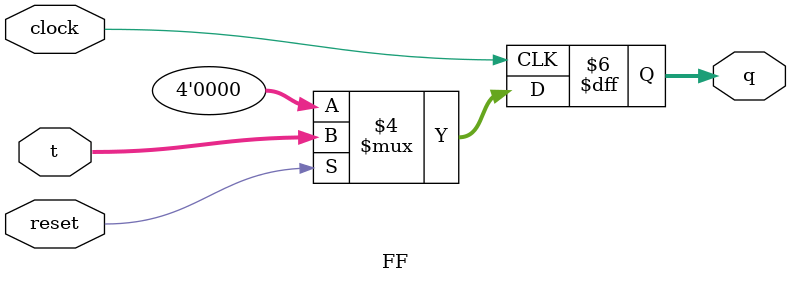
<source format=v>
module move (po1,po2,po3,po4,po5,po6,po7,po8,po9,po10,po11,po12,po13,po14,po15,po16,pq1,pq2,pq3,pq4,pq5,pq6,pq7,pq8,pq9,pq10,pq11,pq12,pq13,pq14,pq15,pq16, clock_inere, real_movemente, real_movemen_te, random_number_ine);
	input [3:0] po1,po2,po3,po4,po5,po6,po7,po8,po9,po10,po11,po12,po13,po14,po15,po16;
	input clock_inere;
	input [1:0] real_movemente;
	input real_movemen_te;
	input [3:0] random_number_ine;
	output [3:0] pq1,pq2,pq3,pq4,pq5,pq6,pq7,pq8,pq9,pq10,pq11,pq12,pq13,pq14,pq15,pq16;
	
	move_below mer1(po1,po2,po3,po4,po5,po6,po7,po8,po9,po10,po11,po12,po13,po14,po15,
	po16,pq1,pq2,pq3,pq4,pq5,pq6,pq7,pq8,pq9,pq10,pq11,pq12,pq13,pq14,pq15,pq16, clock_inere, real_movemente[1:0],real_movemen_te ,random_number_ine);
	
endmodule
	
module move_below(o1,o2,o3,o4,o5,o6,o7,o8,o9,o10,o11,o12,o13,o14,o15,o16,NSQ1,NSQ2,NSQ3,NSQ4,NSQ5,NSQ6,NSQ7,NSQ8,NSQ9,NSQ10,NSQ11,NSQ12,NSQ13,NSQ14,NSQ15,NSQ16, clock_iner, real_movement, real_movemen_t, random_number_in);
	input [3:0] o1,o2,o3,o4,o5,o6,o7,o8,o9,o10,o11,o12,o13,o14,o15,o16;
	wire [3:0] qt1,qt2,qt3,qt4,qt5,qt6,qt7,qt8,qt9,qt10,qt11,qt12,qt13,qt14,qt15,qt16;
	wire [3:0] q1,q2,q3,q4,q5,q6,q7,q8,q9,q10,q11,q12,q13,q14,q15,q16;
	reg [3:0] onu1, onu2, onu3, onu4, onu5, onu6, onu7, onu8, onu9, onu10, onu11, onu12, onu13, onu14, onu15, onu16;	
	output [3:0] NSQ1,NSQ2,NSQ3,NSQ4,NSQ5,NSQ6,NSQ7,NSQ8,NSQ9,NSQ10,NSQ11,NSQ12,NSQ13,NSQ14,NSQ15,NSQ16;
	input clock_iner;
	input [1:0] real_movement;
	input real_movemen_t;
	wire [1:0] muxer;
	input [3:0] random_number_in;
	move_final m1(o1,o2,o3,o4,o5,o6,o7,o8,o9,o10,o11,o12,o13,o14,o15,
	o16,qt1,qt2,qt3,qt4,qt5,qt6,qt7,qt8,qt9,qt10,qt11,qt12,qt13,qt14,qt15,qt16, clock_iner,real_movemen_t, real_movement[1:0]);
	state_final s1(.CLOCK_IN(clock_iner), .randomnumber_generated(random_number_in),.CONTROL(real_movemen_t), .SQ1(qt1), .SQ2(qt2),.SQ3(qt3),.SQ4(qt4),.SQ5(qt5),.SQ6(qt6),.SQ7(qt7),.SQ8(qt8),.SQ9(qt9),.SQ10(qt10),.SQ11(qt11),.SQ12(qt12),.SQ13(qt13),.SQ14(qt14),.SQ15(qt15),.SQ16(qt16), .NSQ1(q1),.NSQ2(q2),.NSQ3(q3),.NSQ4(q4),.NSQ5(q5),.NSQ6(q6),.NSQ7(q7),.NSQ8(q8),.NSQ9(q9),.NSQ10(q10),.NSQ11(q11),.NSQ12(q12),.NSQ13(q13),.NSQ14(q14),.NSQ15(q15),.NSQ16(q16), .mux_ind(muxer));
	
	always @(posedge clock_iner)
		begin
			case(real_movemen_t)
				0:begin
					onu1 <= o1;
					onu2 <= o2;
					onu3 <= o3;
					onu4 <= o4;
					onu5 <= o5;
					onu6 <= o6;
					onu7 <= o7;
					onu8 <= o8;
					onu9 <= o9;
					onu10 <= o10;
					onu11 <= o11;
					onu12 <= o12;
					onu13 <= o13;
					onu14 <= o14;
					onu15 <= o15;
					onu16 <= o16;
					end
				1:begin
					onu1 <= q1;
					onu2 <= q2;
					onu3 <= q3;
					onu4 <= q4;
					onu5 <= q5;
					onu6 <= q6;
					onu7 <= q7;
					onu8 <= q8;
					onu9 <= q9;
					onu10 <= q10;
					onu11 <= q11;
					onu12 <= q12;
					onu13 <= q13;
					onu14 <= q14;
					onu15 <= q15;
					onu16 <= q16;
					end
				endcase
		end
	assign NSQ1= onu1;
	assign NSQ2 = onu2;
	assign NSQ3 = onu3;
	assign NSQ4 = onu4;
	assign NSQ5 = onu5;
	assign NSQ6 = onu6;
	assign NSQ7 = onu7;
	assign NSQ8= onu8;
	assign NSQ9= onu9;
	assign NSQ10= onu10;
	assign NSQ11= onu11;
	assign NSQ12= onu12;
	assign NSQ13= onu13;
	assign NSQ14= onu14;
	assign NSQ15= onu15;
	assign NSQ16= onu16;
endmodule

module move_final (SQ1, SQ2,SQ3,SQ4,SQ5,SQ6,SQ7,SQ8,SQ9,SQ10,SQ11,SQ12,SQ13,SQ14,SQ15,SQ16, NSQ1,NSQ2,NSQ3,NSQ4,NSQ5,NSQ6,NSQ7,NSQ8,NSQ9,NSQ10,NSQ11,NSQ12,NSQ13,NSQ14,NSQ15,NSQ16, CLOCK_IN, CONTROL,MOVER);
	input [3:0] SQ1, SQ2,SQ3,SQ4,SQ5,SQ6,SQ7,SQ8,SQ9,SQ10,SQ11,SQ12,SQ13,SQ14,SQ15,SQ16;
	wire [3:0] S1,S2,S3,S4,S5,S6,S7,S8,S9,S10,S11,S12,S13,S14,S15,S16;
	reg [3:0] onu1, onu2, onu3, onu4, onu5, onu6, onu7, onu8, onu9, onu10, onu11, onu12, onu13, onu14, onu15, onu16;
	output [3:0] NSQ1,NSQ2,NSQ3,NSQ4,NSQ5,NSQ6,NSQ7,NSQ8,NSQ9,NSQ10,NSQ11,NSQ12,NSQ13,NSQ14,NSQ15,NSQ16;
	input CONTROL;
	input CLOCK_IN;
	input [1:0]MOVER;
	move_up m1(.old_box1(SQ1),.old_box2(SQ2),.old_box3(SQ3),.old_box4(SQ4),.old_box5(SQ5),.old_box6(SQ6),.old_box7(SQ7),.old_box8(SQ8),.old_box9(SQ9),.old_box10(SQ10),.old_box11(SQ11),.old_box12(SQ12),.old_box13(SQ13),.old_box14(SQ14),.old_box15(SQ15),
	.old_box16(SQ16),.newbox1(S1), .newbox2(S2),.newbox3(S3),.newbox4(S4),.newbox5(S5),.newbox6(S6),.newbox7(S7),.newbox8(S8),.newbox9(S9),.newbox10(S10),.newbox11(S11),.newbox12(S12),.newbox13(S13),.newbox14(S14),.newbox15(S15),.newbox16(S16), .clock_in(CLOCK_IN), .movement(MOVER));
	
	always @(posedge CLOCK_IN)
		begin
			case(CONTROL)
				0:begin
					onu1 <= SQ1;
					onu2 <= SQ2;
					onu3 <= SQ3;
					onu4 <= SQ4;
					onu5 <= SQ5;
					onu6 <= SQ6;
					onu7 <= SQ7;
					onu8 <= SQ8;
					onu9 <= SQ9;
					onu10 <= SQ10;
					onu11 <= SQ11;
					onu12 <= SQ12;
					onu13 <= SQ13;
					onu14 <= SQ14;
					onu15 <= SQ15;
					onu16 <= SQ16;
					end
				1:begin
					onu1 <= S1;
					onu2 <= S2;
					onu3 <= S3;
					onu4 <= S4;
					onu5 <= S5;
					onu6 <= S6;
					onu7 <= S7;
					onu8 <= S8;
					onu9 <= S9;
					onu10 <= S10;
					onu11 <= S11;
					onu12 <= S12;
					onu13 <= S13;
					onu14 <= S14;
					onu15 <= S15;
					onu16 <= S16;
					end
				endcase
		end
	assign NSQ1= onu1;
	assign NSQ2 = onu2;
	assign NSQ3 = onu3;
	assign NSQ4 = onu4;
	assign NSQ5 = onu5;
	assign NSQ6 = onu6;
	assign NSQ7 = onu7;
	assign NSQ8= onu8;
	assign NSQ9= onu9;
	assign NSQ10= onu10;
	assign NSQ11= onu11;
	assign NSQ12= onu12;
	assign NSQ13= onu13;
	assign NSQ14= onu14;
	assign NSQ15= onu15;
	assign NSQ16= onu16;
endmodule

	
module move_up(old_box1,old_box2,old_box3,old_box4,old_box5,old_box6,old_box7,old_box8,old_box9,old_box10,old_box11,old_box12,old_box13,old_box14,old_box15,
	old_box16,newbox1, newbox2,newbox3,newbox4,newbox5,newbox6,newbox7,newbox8,newbox9,newbox10,newbox11,newbox12,newbox13,newbox14,newbox15,newbox16, clock_in, movement);
	input [3:0] old_box1,old_box2,old_box3,old_box4,old_box5,old_box6,old_box7,old_box8,old_box9,old_box10,old_box11,old_box12,old_box13,old_box14,old_box15,
	old_box16;
	input clock_in;
	input [1:0] movement;
	reg [3:0] newbo1, newbo2,newbo3,newbo4,newbo5,newbo6,newbo7,newbo8,newbo9,newbo10,newbo11,newbo12,newbo13,newbo14,newbo15,newbo16;
	output [3:0] newbox1, newbox2,newbox3,newbox4,newbox5,newbox6,newbox7,newbox8,newbox9,newbox10,newbox11,newbox12,newbox13,newbox14,newbox15,newbox16;
	wire [3:0] up1,up2,up3,up4,up5,up6,up7,up8,up9,up10,up11,up12,up13,up14,up15,up16, d1,d2, d3, d4, d5, d6, d7, d8, d9, d10,d11,d12,d13,d14,d15,d16,rt1,rt2,rt3,rt4,rt5,rt6,rt7,rt8,rt9,rt10;
	wire [3:0] rt11,rt12,rt13,rt14,rt15,rt16,l1,l2,l3,l4,l5,l6,l7,l8,l9,l10,l11,l12,l13,l14,l15,l16;
	wire [3:0] up_temp1,up_temp2,up_temp3,up_temp4,up_temp5,up_temp6,up_temp7,up_temp8,up_temp9,up_temp10,up_temp11,up_temp12,up_temp13,up_temp14,up_temp15,up_temp16;
	wire [3:0] d_temp1,d_temp2, d_temp3, d_temp4, d_temp5, d_temp6, d_temp7, d_temp8, d_temp9, d_temp10,d_temp11,d_temp12,d_temp13,d_temp14,d_temp15,d_temp16;
	wire [3:0] r_temp1,r_temp2,r_temp3,r_temp4,r_temp5,r_temp6,r_temp7,r_temp8,r_temp9,r_temp10;
	wire [3:0] r_temp11,r_temp12,r_temp13,r_temp14,r_temp15,r_temp16,l_temp1,l_temp2,l_temp3,l_temp4,l_temp5,l_temp6,l_temp7,l_temp8,l_temp9,l_temp10;
	wire [3:0] l_temp11,l_temp12,l_temp13,l_temp14,l_temp15,l_temp16;
	
	// shifting the rows to  <= and then equivalence adding 
	block_shifter firstrow_shift(.r1(old_box1), .r2(old_box2), .r3(old_box3), .r4(old_box4), .clock(clock_in), .b1(l1), .b2(l2),.b3(l3), .b4(l4));
	block_shifter secondrow_shift(.r1(old_box5), .r2(old_box6), .r3(old_box7), .r4(old_box8), .clock(clock_in), .b1(l5), .b2(l6),.b3(l7), .b4(l8));
	block_shifter thirdrow_shift(.r1(old_box9), .r2(old_box10), .r3(old_box11), .r4(old_box12), .clock(clock_in), .b1(l9), .b2(l10),.b3(l11), .b4(l12));
	block_shifter fourthrow_shift(.r1(old_box13), .r2(old_box14), .r3(old_box15), .r4(old_box16), .clock(clock_in), .b1(l13), .b2(l14),.b3(l15), .b4(l16));
	block_adder firstrow_adder(.r1(l1), .r2(l2), .r3(l3), .r4(l4),.clock(clock_in), .b1(l_temp1), .b2(l_temp2), .b3(l_temp3), .b4(l_temp4));
	block_adder secondrow_adder(.r1(l5), .r2(l6), .r3(l7), .r4(l8),.clock(clock_in), .b1(l_temp5), .b2(l_temp6), .b3(l_temp7), .b4(l_temp8));
	block_adder thirdrow_adder(.r1(l9), .r2(l10), .r3(l11), .r4(l12),.clock(clock_in), .b1(l_temp9), .b2(l_temp10), .b3(l_temp11), .b4(l_temp12));
	block_adder fourthrow_adder(.r1(l13), .r2(l14), .r3(l15), .r4(l16),.clock(clock_in), .b1(l_temp13), .b2(l_temp14), .b3(l_temp15), .b4(l_temp16));
	
 	// shifting the rows to  => and then equivalence adding 
	block_shifter firstrow_shift0(.r1(old_box4), .r2(old_box3), .r3(old_box2), .r4(old_box1), .clock(clock_in), .b1(rt1), .b2(rt2),.b3(rt3), .b4(rt4));
	block_shifter secondrow_shift1(.r1(old_box8), .r2(old_box7), .r3(old_box6), .r4(old_box5), .clock(clock_in), .b1(rt5), .b2(rt6),.b3(rt7), .b4(rt8));
	block_shifter thirdrow_shift2(.r1(old_box12), .r2(old_box11), .r3(old_box10), .r4(old_box9), .clock(clock_in), .b1(rt9), .b2(rt10),.b3(rt11), .b4(rt12));
	block_shifter fourthrow_shift3(.r1(old_box16), .r2(old_box15), .r3(old_box14), .r4(old_box13), .clock(clock_in), .b1(rt13), .b2(rt14),.b3(rt15), .b4(rt16));
	
	block_adder firstrow_adder0(.r1(rt1), .r2(rt2), .r3(rt3), .r4(rt4),.clock(clock_in), .b1(r_temp1), .b2(r_temp2), .b3(r_temp3), .b4(r_temp4));
	block_adder secondrow_adder1(.r1(rt5), .r2(rt6), .r3(rt7), .r4(rt8),.clock(clock_in), .b1(r_temp5), .b2(r_temp6), .b3(r_temp7), .b4(r_temp8));
	block_adder thirdrow_adder2(.r1(rt9), .r2(rt10), .r3(rt11), .r4(rt12),.clock(clock_in), .b1(r_temp9), .b2(r_temp10), .b3(r_temp11), .b4(r_temp12));
	block_adder fourthrow_adder3(.r1(rt13), .r2(rt14), .r3(rt15), .r4(rt16),.clock(clock_in), .b1(r_temp13), .b2(r_temp14), .b3(r_temp15), .b4(r_temp16));	
	
 	// shifting the rows to down and then equivalence adding 
	block_shifter firstrow_shift4(.r1(old_box13), .r2(old_box9), .r3(old_box5), .r4(old_box1), .clock(clock_in), .b1(d1), .b2(d2),.b3(d3), .b4(d4));
	block_shifter secondrow_shift5(.r1(old_box14), .r2(old_box10), .r3(old_box6), .r4(old_box2), .clock(clock_in), .b1(d5), .b2(d6),.b3(d7), .b4(d8));
	block_shifter thirdrow_shift6(.r1(old_box15), .r2(old_box11), .r3(old_box7), .r4(old_box3), .clock(clock_in), .b1(d9), .b2(d10),.b3(d11), .b4(d12));
	block_shifter fourthrow_shift7(.r1(old_box16), .r2(old_box12), .r3(old_box8), .r4(old_box4), .clock(clock_in), .b1(d13), .b2(d14),.b3(d15), .b4(d16));
	
	block_adder firstrow_adder4(.r1(d1), .r2(d2), .r3(d3), .r4(d4),.clock(clock_in), .b1(d_temp1), .b2(d_temp2), .b3(d_temp3), .b4(d_temp4));
	block_adder secondrow_adder5(.r1(d5), .r2(d6), .r3(d7), .r4(d8),.clock(clock_in), .b1(d_temp5), .b2(d_temp6), .b3(d_temp7), .b4(d_temp8));
	block_adder thirdrow_adder6(.r1(d9), .r2(d10), .r3(d11), .r4(d12),.clock(clock_in), .b1(d_temp9), .b2(d_temp10), .b3(d_temp11), .b4(d_temp12));
	block_adder fourthrow_adder7(.r1(d13), .r2(d14), .r3(d15), .r4(d16),.clock(clock_in), .b1(d_temp13), .b2(d_temp14), .b3(d_temp15), .b4(d_temp16));	

 	// shifting the rows up and then equivalence adding 
	block_shifter firstrow_shift8(.r1(old_box1), .r2(old_box5), .r3(old_box9), .r4(old_box13), .clock(clock_in), .b1(up1), .b2(up2),.b3(up3), .b4(up4));
	block_shifter secondrow_shif9(.r1(old_box2), .r2(old_box6), .r3(old_box10), .r4(old_box14), .clock(clock_in), .b1(up5), .b2(up6),.b3(up7), .b4(up8));
	block_shifter thirdrow_shift10(.r1(old_box3), .r2(old_box7), .r3(old_box11), .r4(old_box15), .clock(clock_in), .b1(up9), .b2(up10),.b3(up11), .b4(up12));
	block_shifter fourthrow_shift11(.r1(old_box4), .r2(old_box8), .r3(old_box12), .r4(old_box16), .clock(clock_in), .b1(up13), .b2(up14),.b3(up15), .b4(up16));
	
	block_adder firstrow_adder8(.r1(up1), .r2(up2), .r3(up3), .r4(up4),.clock(clock_in), .b1(up_temp1), .b2(up_temp2), .b3(up_temp3), .b4(up_temp4));
	block_adder secondrow_adder9(.r1(up5), .r2(up6), .r3(up7), .r4(up8),.clock(clock_in), .b1(up_temp5), .b2(up_temp6), .b3(up_temp7), .b4(up_temp8));
	block_adder thirdrow_adder10(.r1(up9), .r2(up10), .r3(up11), .r4(up12),.clock(clock_in), .b1(up_temp9), .b2(up_temp10), .b3(up_temp11), .b4(up_temp12));
	block_adder fourthrow_adder11(.r1(up13), .r2(up14), .r3(up15), .r4(up16),.clock(clock_in), .b1(up_temp13), .b2(up_temp14), .b3(up_temp15), .b4(up_temp16));
	
	always @(posedge clock_in)
	begin
		case(movement)
			0: begin
				//<=
				newbo1 <= l_temp1;
				newbo2 <= l_temp2;
				newbo3 <= l_temp3;
				newbo4 <= l_temp4;
				newbo5 <= l_temp5;
				newbo6 <= l_temp6;
				newbo7 <= l_temp7;
				newbo8 <= l_temp8;
				newbo9 <= l_temp9;
				newbo10 <= l_temp10;
				newbo11 <= l_temp11;
				newbo12 <= l_temp12;
				newbo13 <= l_temp13;
				newbo14 <= l_temp14;
				newbo15 <= l_temp15;
				newbo16 <= l_temp16;
				end
			1: begin
				//=>
				newbo4 <= r_temp1;
				newbo3 <= r_temp2;
				newbo2 <= r_temp3;
				newbo1 <= r_temp4;
				newbo8 <= r_temp5;
				newbo7 <= r_temp6;
				newbo6 <= r_temp7;
				newbo5 <= r_temp8;
				newbo12 <= r_temp9;
				newbo11 <= r_temp10;
				newbo10 <= r_temp11;
				newbo9 <= r_temp12;
				newbo16 <= r_temp13;
				newbo15 <= r_temp14;
				newbo14<= r_temp15;
				newbo13 <= r_temp16;
				end
			2: begin
				//down
				newbo13 <= d_temp1;
				newbo9 <= d_temp2;
				newbo5 <= d_temp3;
				newbo1 <= d_temp4;
				newbo14 <= d_temp5;
				newbo10 <= d_temp6;
				newbo6 <= d_temp7;
				newbo2 <= d_temp8;
				newbo15 <= d_temp9;
				newbo11 <= d_temp10;
				newbo7 <= d_temp11;
				newbo3 <= d_temp12;
				newbo16 <= d_temp13;
				newbo12 <= d_temp14;
				newbo8 <= d_temp15;
				newbo4 <= d_temp16;
				end
			3: begin
				//up
				newbo1 <= up_temp1;
				newbo5 <= up_temp2;
				newbo9 <= up_temp3;
				newbo13 <= up_temp4;
				newbo2 <= up_temp5;
				newbo6 <= up_temp6;
				newbo10 <= up_temp7;
				newbo14 <= up_temp8;
				newbo3 <= up_temp9;
				newbo7 <= up_temp10;
				newbo11 <= up_temp11;
				newbo15 <= up_temp12;
				newbo4 <= up_temp13;
				newbo8 <= up_temp14;
				newbo12 <= up_temp15;
				newbo16 <= up_temp16;
				end
		endcase
	end
	assign newbox1 = newbo1; 
	assign newbox2 = newbo2; 
	assign newbox3 = newbo3; 
	assign newbox4 = newbo4; 
	assign newbox5 = newbo5; 
	assign newbox6 = newbo6; 
	assign newbox7 = newbo7; 
	assign newbox8 = newbo8; 
	assign newbox9 = newbo9; 
	assign newbox10 = newbo10; 
	assign newbox11 = newbo11; 
	assign newbox12 = newbo12; 
	assign newbox13 = newbo13; 
	assign newbox14 = newbo14; 
	assign newbox15 = newbo15; 
	assign newbox16 = newbo16;
endmodule	
				
	
	
module block_shifter(r1, r2, r3, r4,clock, b1, b2, b3, b4);
	input [3:0] r1, r2, r3, r4;
	input clock;
	reg [3:0] new_box1, new_box2, new_box3, new_box4;
	output [3:0] b1, b2, b3, b4;
	
	always@(posedge clock)
		begin
			if ((r1 != 4'b0000 & r2 != 4'b0000 & r3 != 4'b0000 & r4 != 4'b0000) //1 all boxes full ||||
				| (r1 != 4'b0000 & r2 != 4'b0000 & r3 != 4'b0000 & r4 == 4'b0000) //2 three left boxes full and right most box empty |||.
				| (r1 != 4'b0000 & r2 != 4'b0000 & r3 == 4'b0000 & r4 == 4'b0000) //3 two left boxes ful and two right box||..
				| (r1 != 4'b0000 & r2 == 4'b0000 & r3 == 4'b0000 & r4 == 4'b0000) //4 left box full and three boxes to the right full |...
				| (r1 == 4'b0000 & r2 == 4'b0000 & r3 == 4'b0000 & r4 == 4'b0000) //5 all boxes are empty ....
				)
				begin
				new_box1 <= r1;
				new_box2 <= r2;
				new_box3 <= r3;
				new_box4 <= r4;
				end
				
			else if (r1 == 4'b0000 & r2 == 4'b0000 & r3 == 4'b0000 & r4 != 4'b0000) //6the right most bit is full all other boxes are empty ...|
				begin
				new_box1<= r4;
				new_box2<= 4'b0000;
				new_box3<= 4'b0000;
				new_box4<= 4'b0000;
				end
				
			else if (r1 == 4'b0000 & r2 == 4'b0000 & r3 != 4'b0000 & r4 == 4'b0000) //7 ..|.
				begin
				new_box1<= r3;
				new_box2<= 4'b0000;
				new_box3<= 4'b0000;
				new_box4<= 4'b0000;
				end
				
			else if (r1 == 4'b0000 & r2 == 4'b0000 & r3 != 4'b0000 & r4 != 4'b0000) //8 ..||
				begin
				new_box1<= r3;
				new_box2<= r4;
				new_box3<= 4'b0000;
				new_box4<= 4'b0000;
				end
				
			else if (r1 == 4'b0000 & r2 != 4'b0000 & r3 == 4'b0000 & r4 == 4'b0000) //9 .|..
				begin
				new_box1<= r2;
				new_box2<= 4'b0000;
				new_box3<= 4'b0000;
				new_box4<= 4'b0000;
				end
				
			else if (r1 == 4'b0000 & r2 != 4'b0000 & r3 == 4'b0000 & r4 != 4'b0000) //10 .|.|
				begin
				new_box1<= r2;
				new_box2<= r4;
				new_box3<= 4'b0000;
				new_box4<= 4'b0000;
				end	
				
			else if (r1 == 4'b0000 & r2 != 4'b0000 & r3 != 4'b0000 & r4 == 4'b0000) //11 .||.
				begin
				new_box1<= r2;
				new_box2<= r3;
				new_box3<= 4'b0000;
				new_box4<= 4'b0000;
				end
				
			else if (r1 == 4'b0000 & r2 != 4'b0000 & r3 != 4'b0000 & r4 != 4'b0000) //12 .|||
				begin
				new_box1<= r2;
				new_box2<= r3;
				new_box3<= r4;
				new_box4<= 4'b0000;
				end
			
			else if (r1 != 4'b0000 & r2 == 4'b0000 & r3 == 4'b0000 & r4 != 4'b0000) //13 |..|
				begin
				new_box1<= r1;
				new_box2<= r4;
				new_box3<= 4'b0000;
				new_box4<= 4'b0000;
				end
			
			else if (r1 != 4'b0000 & r2 == 4'b0000 & r3 != 4'b0000 & r4 == 4'b0000) //14 |.|.
				begin
				new_box1<= r1;
				new_box2<= r3;
				new_box3<= 4'b0000;
				new_box4<= 4'b0000;
				end	
			
			else if (r1 != 4'b0000 & r2 == 4'b0000 & r3 != 4'b0000 & r4 != 4'b0000) //15 |.||
				begin
				new_box1<= r1;
				new_box2<= r3;
				new_box3<= r4;
				new_box4<= 4'b0000;
				end
				
			else if (r1 != 4'b0000 & r2 != 4'b0000 & r3 == 4'b0000 & r4 != 4'b0000) //16 ||.|
				begin
				new_box1<= r1;
				new_box2<= r2;
				new_box3<= r4;
				new_box4<= 4'b0000;
				end
		end
		assign b1= new_box1;
		assign b2= new_box2;
		assign b3= new_box3;
		assign b4= new_box4;
endmodule

module block_adder(r1, r2, r3, r4,clock, b1, b2, b3, b4);
	input [3:0] r1, r2, r3, r4;
	input clock;
	reg [3:0] new_box1, new_box2, new_box3, new_box4;
	output [3:0] b1, b2, b3, b4;
	
	always@(posedge clock)
		begin
			if (r1 != 4'b0000 & r2 != 4'b0000 & r3 != 4'b0000 & r4 != 4'b0000) //filledbox
			begin
				if (r1==r2 & r3 == r4)  //s1,s1, s2,s2
					begin
					new_box1 <= r1+r2;
					new_box2 <= r3+r4;
					new_box3 <= 4'b0000;
					new_box4 <= 4'b0000;
					end
				else if (r1==r2 & r3!=r4) // s,s,ns/s,ns   
					begin
					new_box1 <= r1+r2;
					new_box2 <= r3;
					new_box3 <= r4;
					new_box4 <= 4'b0000;
					end
				else if (r1!=r2 & r2!=r3 & r3!=r4 ) // ns,ns,ns,ns r1!=r2 & r2==r3 & r3==r4 ||r1!=r2 & r2==r3 & r3!=r4  
					begin
					new_box1 <= r1;
					new_box2 <= r2;
					new_box3 <= r3;
					new_box4 <= r4;
					end
				else if (r1!=r2 & r2==r3) //ns,s,s, ns/s
					begin
					new_box1 <= r1;
					new_box2 <= r2+r3;
					new_box3 <= r4;
					new_box4 <= 4'b0000;
					end
				else if (r1!=r2 & r2!=r3 & r3==r4) //ns,ns,s,s
					begin
					new_box1 <= r1;
					new_box2 <= r2;
					new_box3 <= r3+r4;
					new_box4 <= 4'b0000;
					end
			end
			else if (r1 != 4'b0000 & r2 != 4'b0000 & r3 != 4'b0000 & r4 == 4'b0000)
			begin
				if (r1 == r2) // s,s,s/ns,0
					begin
					new_box1 <= r1+r2;
					new_box2 <= r3;
					new_box3 <= 4'b0000;
					new_box4 <= 4'b0000;
					end
				else if (r1!=r2 & r2==r3) // ns,s,s   
					begin
					new_box1 <= r1;
					new_box2 <= r2+r3;
					new_box3 <= 4'b0000;
					new_box4 <= 4'b0000;
					end
				else if (r1!=r2 & r2!=r3) // ns,s,s   
					begin
					new_box1 <= r1;
					new_box2 <= r2;
					new_box3 <= r3;
					new_box4 <= 4'b0000;
					end
			end
			else if (r1 != 4'b0000 & r2 != 4'b0000 & r3 == 4'b0000 & r4 == 4'b0000)
			begin
				if (r1 == r2) // s,s,0,0
					begin
					new_box1 <= r1+r2;
					new_box2 <= 4'b0000;
					new_box3 <= 4'b0000;
					new_box4 <= 4'b0000;
					end
				if (r1 != r2) // s,s,0,0
					begin
					new_box1 <= r1;
					new_box2 <= r2;
					new_box3 <= 4'b0000;
					new_box4 <= 4'b0000;
					end
			end
			else if (r1 != 4'b0000 & r2 == 4'b0000 & r3 == 4'b0000 & r4 == 4'b0000)
			begin
				new_box1 <= r1;
				new_box2 <= 4'b0000;
				new_box3 <= 4'b0000;
				new_box4 <= 4'b0000;
			end
			else if (r1 == 4'b0000 & r2 == 4'b0000 & r3 == 4'b0000 & r4 == 4'b0000)
			begin
				new_box1 <= 4'b0000;
				new_box2 <= 4'b0000;
				new_box3 <= 4'b0000;
				new_box4 <= 4'b0000;
			end
		end
		assign b1= new_box1;
		assign b2= new_box2;
		assign b3= new_box3;
		assign b4= new_box4;
endmodule


module state_final (CLOCK_IN, randomnumber_generated,CONTROL, SQ1, SQ2,SQ3,SQ4,SQ5,SQ6,SQ7,SQ8,SQ9,SQ10,SQ11,SQ12,SQ13,SQ14,SQ15,SQ16, NSQ1,NSQ2,NSQ3,NSQ4,NSQ5,NSQ6,NSQ7,NSQ8,NSQ9,NSQ10,NSQ11,NSQ12,NSQ13,NSQ14,NSQ15,NSQ16, mux_ind);
	input [3:0] SQ1, SQ2,SQ3,SQ4,SQ5,SQ6,SQ7,SQ8,SQ9,SQ10,SQ11,SQ12,SQ13,SQ14,SQ15,SQ16;
	wire [3:0] S1,S2,S3,S4,S5,S6,S7,S8,S9,S10,S11,S12,S13,S14,S15,S16;
	reg [3:0] onu1, onu2, onu3, onu4, onu5, onu6, onu7, onu8, onu9, onu10, onu11, onu12, onu13, onu14, onu15, onu16;
	output [3:0] NSQ1,NSQ2,NSQ3,NSQ4,NSQ5,NSQ6,NSQ7,NSQ8,NSQ9,NSQ10,NSQ11,NSQ12,NSQ13,NSQ14,NSQ15,NSQ16;
	input CONTROL;
	input [3:0] randomnumber_generated;
	output [1:0] mux_ind;
	input CLOCK_IN;
	state_below statbel(.outvalue(randomnumber_generated), .b1(SQ1), .b2(SQ2),.b3(SQ3),.b4(SQ4),
	.b5(SQ5),.b6(SQ6),.b7(SQ7),.b8(SQ8),.b9(SQ9),.b10(SQ10),.b11(SQ11),.b12(SQ12),.b13(SQ13),.b14(SQ14),.b15(SQ15),
	.b16(SQ16),.bart1(S1), .bart2(S2),.bart3(S3),.bart4(S4),.bart5(S5),.bart6(S6),
	.bart7(S7),.bart8(S8),.bart9(S9),.bart10(S10),.bart11(S11),.bart12(S12),.bart13(S13),.bart14(S14),.bart15(S15),.bart16(S16), .select(mux_ind), .clock_inner(CLOCK_IN));
	
	always @(posedge CLOCK_IN)
		begin
			case(CONTROL)
				0:begin
					onu1 <= SQ1;
					onu2 <= SQ2;
					onu3 <= SQ3;
					onu4 <= SQ4;
					onu5 <= SQ5;
					onu6 <= SQ6;
					onu7 <= SQ7;
					onu8 <= SQ8;
					onu9 <= SQ9;
					onu10 <= SQ10;
					onu11 <= SQ11;
					onu12 <= SQ12;
					onu13 <= SQ13;
					onu14 <= SQ14;
					onu15 <= SQ15;
					onu16 <= SQ16;
					end
				1:begin
					onu1 <= S1;
					onu2 <= S2;
					onu3 <= S3;
					onu4 <= S4;
					onu5 <= S5;
					onu6 <= S6;
					onu7 <= S7;
					onu8 <= S8;
					onu9 <= S9;
					onu10 <= S10;
					onu11 <= S11;
					onu12 <= S12;
					onu13 <= S13;
					onu14 <= S14;
					onu15 <= S15;
					onu16 <= S16;
					end
				endcase
		end
	assign NSQ1= onu1;
	assign NSQ2 = onu2;
	assign NSQ3 = onu3;
	assign NSQ4 = onu4;
	assign NSQ5 = onu5;
	assign NSQ6 = onu6;
	assign NSQ7 = onu7;
	assign NSQ8= onu8;
	assign NSQ9= onu9;
	assign NSQ10= onu10;
	assign NSQ11= onu11;
	assign NSQ12= onu12;
	assign NSQ13= onu13;
	assign NSQ14= onu14;
	assign NSQ15= onu15;
	assign NSQ16= onu16;
endmodule

module state_below(clock_inner, outvalue, b1, b2, b3,b4,b5,b6,b7,b8,b9,b10,b11,b12,b13,b14, b15, b16,bart1, bart2,bart3,bart4,bart5,bart6,bart7,bart8,bart9,bart10,bart11,bart12,bart13,bart14,bart15,bart16, select);
	input [3:0] b1, b2, b3,b4,b5,b6,b7,b8,b9,b10,b11,b12,b13,b14, b15, b16;	
	wire [3:0] k1, k2, k3,k4,k5,k6,k7,k8,k9,k10,k11,k12,k13,k14, k15, k16;	
	wire [3:0] kr1, kr2, kr3,kr4,kr5,kr6,kr7,kr8,kr9,kr10,kr11,kr12,kr13,kr14, kr15, kr16;	
	wire mux_rand;
	wire mux_other;
	output [1:0] select;
	input [3:0] outvalue;
	reg [3:0] ror1, ror2,ror3,ror4,ror5,ror6,ror7,ror8,ror9,ror10,ror11,ror12,ror13,ror14,ror15,ror16;
	output [3:0] bart1, bart2,bart3,bart4,bart5,bart6,bart7,bart8,bart9,bart10,bart11,bart12,bart13,bart14,bart15,bart16;
	input clock_inner;
	
	random_number_grabber r0(.clock(clock_inner),.randombox(outvalue), .box1(b1), .box2(b2), .box3(b3),.box4(b4),.box5(b5),.box6(b6),.box7(b7),.box8(b8),.box9(b9),
	.box10(b10),.box11(b11),.box12(b12),.box13(b13),.box14(b14), .box15(b15), .box16(b16),.q1(k1),.q2(k2),.q3(k3),.q4(k4),.q5(k5),.q6(k6),.q7(k7),.q8(k8),.q9(k9),.q10(k10),.q11(k11),.q12(k12),.q13(k13),.q14(k14),.q15(k15),.q16(k16), .muxy(mux_rand));
	
	other_checker r1(.clock(clock_inner),.box1(b1), .box2(b2), .box3(b3),.box4(b4),.box5(b5),.box6(b6),.box7(b7),.box8(b8),.box9(b9),
	.box10(b10),.box11(b11),.box12(b12),.box13(b13),.box14(b14), .box15(b15), .box16(b16),.boxy1(kr1),.boxy2(kr2),.boxy3(kr3),.boxy4(kr4),.boxy5(kr5),.boxy6(kr6),.boxy7(kr7),.boxy8(kr8),.boxy9(kr9),.boxy10(kr10),.boxy11(kr11),.boxy12(kr12),.boxy13(kr13),.boxy14(kr14),.boxy15(kr15),.boxy16(kr16), .mux_other(mux_other));
	
	assign select = {mux_other, mux_rand};
	
	always@(posedge clock_inner)
	begin
		case(select)
			0: begin
				ror1 <= b1;
				ror2 <= b2;
				ror3 <= b3;
				ror4 <= b4;
				ror5 <= b5;
				ror6 <= b6;
				ror7 <= b7;
				ror8 <= b8;
				ror9 <= b9;
				ror10 <= b10;
				ror11 <= b11;
				ror12 <= b12;
				ror13 <= b13;
				ror14 <= b14;
				ror15 <= b15;
				ror16 <= b16;
				end
			1: begin
				ror1 <= b1;
				ror2 <= b2;
				ror3 <= b3;
				ror4 <= b4;
				ror5 <= b5;
				ror6 <= b6;
				ror7 <= b7;
				ror8 <= b8;
				ror9 <= b9;
				ror10 <= b10;
				ror11 <= b11;
				ror12 <= b12;
				ror13 <= b13;
				ror14 <= b14;
				ror15 <= b15;
				ror16 <= b16;
				end
			2: begin
				ror1 <= kr1;
				ror2 <= kr2;
				ror3 <= kr3;
				ror4 <= kr4;
				ror5 <= kr5;
				ror6 <= kr6;
				ror7 <= kr7;
				ror8 <= kr8;
				ror9 <= kr9;
				ror10 <= kr10;
				ror11 <= kr11;
				ror12 <= kr12;
				ror13 <= kr13;
				ror14 <= kr14;
				ror15 <= kr15;
				ror16 <= kr16;
				end
			3: begin
				ror1 <= k1;
				ror2 <= k2;
				ror3 <= k3;
				ror4 <= k4;
				ror5 <= k5;
				ror6 <= k6;
				ror7 <= k7;
				ror8 <= k8;
				ror9 <= k9;
				ror10 <= k10;
				ror11 <= k11;
				ror12 <= k12;
				ror13 <= k13;
				ror14 <= k14;
				ror15 <= k15;
				ror16 <= k16;
				end
		endcase
	end
	assign bart1 = ror1;
	assign bart2 = ror2;
	assign bart3 = ror3;
	assign bart4 = ror4;
	assign bart5 = ror5;
	assign bart6 = ror6;
	assign bart7 = ror7;
	assign bart8 = ror8;
	assign bart9 = ror9;
	assign bart10 = ror10;
	assign bart11 = ror11;
	assign bart12 = ror12;
	assign bart13 = ror13;
	assign bart14 = ror14;
	assign bart15 = ror15;
	assign bart16 = ror16;
endmodule	
	
module random_number_grabber(clock, randombox,box1, box2, box3,box4,box5,box6,box7,box8,box9,box10,box11,box12,box13,box14, box15, box16, q1,q2,q3,q4,q5,q6,q7,q8,q9,q10,q11,q12,q13,q14,q15,q16, muxy);
	input [3:0] box1, box2, box3,box4,box5,box6,box7,box8,box9,box10,box11,box12,box13,box14, box15, box16;
	reg [3:0] qt1,qt2,qt3,qt4,qt5,qt6,qt7,qt8,qt9,qt10,qt11,qt12,qt13,qt14,qt15,qt16;
	output [3:0] q1,q2,q3,q4,q5,q6,q7,q8,q9,q10,q11,q12,q13,q14,q15,q16;
	reg q;
	input [3:0] randombox;
	output muxy;
	input clock;
	
	always@(posedge clock)
		begin
			case(randombox)
				0: begin
						if (box1 == 4'b0000)
						begin
							q = 1'b1;
							qt1 <= 4'b0001;
							qt2 <= box2;
							qt3 <= box3;
							qt4 <= box4;
							qt5 <= box5;
							qt6 <= box6;
							qt7 <= box7;
							qt8 <= box8;
							qt9 <= box9;
							qt10 <= box10;
							qt11 <= box11;
							qt12 <= box12;
							qt13 <= box13;
							qt14 <= box14;
							qt15 <= box15;
							qt16 <= box16;
						end
						else
						begin
						q <= 1'b0;
						qt1 <= box1;
						qt2 <= box2;
						qt3 <= box3;
						qt4 <= box4;
						qt5 <= box5;
						qt6 <= box6;
						qt7 <= box7;
						qt8 <= box8;
						qt9 <= box9;
						qt10 <= box10;
						qt11 <= box11;
						qt12 <= box12;
						qt13 <= box13;
						qt14 <= box14;
						qt15 <= box15;
						qt16 <= box16;
						end
					end
				1: begin
						if (box2 == 4'b0000)
						begin
							q <= 1'b1;
							qt1 <= box1;
							qt2 <= 4'b0001;
							qt3 <= box3;
							qt4 <= box4;
							qt5 <= box5;
							qt6 <= box6;
							qt7 <= box7;
							qt8 <= box8;
							qt9 <= box9;
							qt10 <= box10;
							qt11 <= box11;
							qt12 <= box12;
							qt13 <= box13;
							qt14 <= box14;
							qt15 <= box15;
							qt16 <= box16;
						end
						else
						begin
						q <= 1'b0;
						qt1 <= box1;
						qt2 <= box2;
						qt3 <= box3;
						qt4 <= box4;
						qt5 <= box5;
						qt6 <= box6;
						qt7 <= box7;
						qt8 <= box8;
						qt9 <= box9;
						qt10 <= box10;
						qt11 <= box11;
						qt12 <= box12;
						qt13 <= box13;
						qt14 <= box14;
						qt15 <= box15;
						qt16 <= box16;
						end
					end
				2: begin
						if (box3 == 4'b0000)
						begin
							q <= 1'b1;
							qt1 <= box1;
							qt2 <= box2;
							qt3 <= 4'b0001;
							qt4 <= box4;
							qt5 <= box5;
							qt6 <= box6;
							qt7 <= box7;
							qt8 <= box8;
							qt9 <= box9;
							qt10 <= box10;
							qt11 <= box11;
							qt12 <= box12;
							qt13 <= box13;
							qt14 <= box14;
							qt15 <= box15;
							qt16 <= box16;							
						end
						else
						begin
						q <= 1'b0;
						qt1 <= box1;
						qt2 <= box2;
						qt3 <= box3;
						qt4 <= box4;
						qt5 <= box5;
						qt6 <= box6;
						qt7 <= box7;
						qt8 <= box8;
						qt9 <= box9;
						qt10 <= box10;
						qt11 <= box11;
						qt12 <= box12;
						qt13 <= box13;
						qt14 <= box14;
						qt15 <= box15;
						qt16 <= box16;
						end
					end
				3: begin
						if (box4 == 4'b0000)
						begin
							q <= 1'b1;
							qt1 <= box1;
							qt2 <= box2;
							qt3 <= box3;
							qt4 <= 4'b0001;
							qt5 <= box5;
							qt6 <= box6;
							qt7 <= box7;
							qt8 <= box8;
							qt9 <= box9;
							qt10 <= box10;
							qt11 <= box11;
							qt12 <= box12;
							qt13 <= box13;
							qt14 <= box14;
							qt15 <= box15;
							qt16 <= box16;
						end
						else
						begin
						q <= 1'b0;
						qt1 <= box1;
						qt2 <= box2;
						qt3 <= box3;
						qt4 <= box4;
						qt5 <= box5;
						qt6 <= box6;
						qt7 <= box7;
						qt8 <= box8;
						qt9 <= box9;
						qt10 <= box10;
						qt11 <= box11;
						qt12 <= box12;
						qt13 <= box13;
						qt14 <= box14;
						qt15 <= box15;
						qt16 <= box16;
						end
					end
				4: begin
						if (box5 == 4'b0000)
						begin
							q <= 1'b1;
							qt1 <= box1;
							qt2 <= box2;
							qt3 <= box3;
							qt4 <= box4;
							qt5 <= 4'b0001;
							qt6 <= box6;
							qt7 <= box7;
							qt8 <= box8;
							qt9 <= box9;
							qt10 <= box10;
							qt11 <= box11;
							qt12 <= box12;
							qt13 <= box13;
							qt14 <= box14;
							qt15 <= box15;
							qt16 <= box16;
						end
						else
						begin
						q <= 1'b0;
						qt1 <= box1;
						qt2 <= box2;
						qt3 <= box3;
						qt4 <= box4;
						qt5 <= box5;
						qt6 <= box6;
						qt7 <= box7;
						qt8 <= box8;
						qt9 <= box9;
						qt10 <= box10;
						qt11 <= box11;
						qt12 <= box12;
						qt13 <= box13;
						qt14 <= box14;
						qt15 <= box15;
						qt16 <= box16;
						end
					end
				5: begin
						if (box6 == 4'b0000)
						begin
							q <= 1'b1;
							qt1 <= box1;
							qt2 <= box2;
							qt3 <= box3;
							qt4 <= box4;
							qt5 <= box5;
							qt6 <= 4'b0001;
							qt7 <= box7;
							qt8 <= box8;
							qt9 <= box9;
							qt10 <= box10;
							qt11 <= box11;
							qt12 <= box12;
							qt13 <= box13;
							qt14 <= box14;
							qt15 <= box15;
							qt16 <= box16;
						end
						else
						begin
						q <= 1'b0;
						qt1 <= box1;
						qt2 <= box2;
						qt3 <= box3;
						qt4 <= box4;
						qt5 <= box5;
						qt6 <= box6;
						qt7 <= box7;
						qt8 <= box8;
						qt9 <= box9;
						qt10 <= box10;
						qt11 <= box11;
						qt12 <= box12;
						qt13 <= box13;
						qt14 <= box14;
						qt15 <= box15;
						qt16 <= box16;
						end
					end
				6: begin
						if (box7 == 4'b0000)
						begin
							q <= 1'b1;
							qt1 <= box1;
							qt2 <= box2;
							qt3 <= box3;
							qt4 <= box4;
							qt5 <= box5;
							qt6 <= box6;
							qt7 <= 4'b0001;
							qt8 <= box8;
							qt9 <= box9;
							qt10 <= box10;
							qt11 <= box11;
							qt12 <= box12;
							qt13 <= box13;
							qt14 <= box14;
							qt15 <= box15;
							qt16 <= box16;
						end
						else
						begin
						q <= 1'b0;
						qt1 <= box1;
						qt2 <= box2;
						qt3 <= box3;
						qt4 <= box4;
						qt5 <= box5;
						qt6 <= box6;
						qt7 <= box7;
						qt8 <= box8;
						qt9 <= box9;
						qt10 <= box10;
						qt11 <= box11;
						qt12 <= box12;
						qt13 <= box13;
						qt14 <= box14;
						qt15 <= box15;
						qt16 <= box16;
						end
					end
				7: begin
						if (box8 == 4'b0000)
						begin
							q <= 1'b1;
							qt1 <= box1;
							qt2 <= box2;
							qt3 <= box3;
							qt4 <= box4;
							qt5 <= box5;
							qt6 <= box6;
							qt7 <= box7;
							qt8 <= 4'b0001;
							qt9 <= box9;
							qt10 <= box10;
							qt11 <= box11;
							qt12 <= box12;
							qt13 <= box13;
							qt14 <= box14;
							qt15 <= box15;
							qt16 <= box16;
						end
						else
						begin
						q <= 1'b0;
						qt1 <= box1;
						qt2 <= box2;
						qt3 <= box3;
						qt4 <= box4;
						qt5 <= box5;
						qt6 <= box6;
						qt7 <= box7;
						qt8 <= box8;
						qt9 <= box9;
						qt10 <= box10;
						qt11 <= box11;
						qt12 <= box12;
						qt13 <= box13;
						qt14 <= box14;
						qt15 <= box15;
						qt16 <= box16;
						end
					end
				8: begin
						if (box9 == 4'b0000)
						begin
							q <= 1'b1;
							qt1 <= box1;
							qt2 <= box2;
							qt3 <= box3;
							qt4 <= box4;
							qt5 <= box5;
							qt6 <= box6;
							qt7 <= box7;
							qt8 <= box8;
							qt9 <= 4'b0001;
							qt10 <= box10;
							qt11 <= box11;
							qt12 <= box12;
							qt13 <= box13;
							qt14 <= box14;
							qt15 <= box15;
							qt16 <= box16;
						end
						else
						begin
						q <= 1'b0;
						qt1 <= box1;
						qt2 <= box2;
						qt3 <= box3;
						qt4 <= box4;
						qt5 <= box5;
						qt6 <= box6;
						qt7 <= box7;
						qt8 <= box8;
						qt9 <= box9;
						qt10 <= box10;
						qt11 <= box11;
						qt12 <= box12;
						qt13 <= box13;
						qt14 <= box14;
						qt15 <= box15;
						qt16 <= box16;
						end
					end
				9: begin
						if (box10 == 4'b0000)
						begin
							q <= 1'b1;
							qt1 <= box1;
							qt2 <= box2;
							qt3 <= box3;
							qt4 <= box4;
							qt5 <= box5;
							qt6 <= box6;
							qt7 <= box7;
							qt8 <= box8;
							qt9 <= box9;
							qt10 <= 4'b0001;
							qt11 <= box11;
							qt12 <= box12;
							qt13 <= box13;
							qt14 <= box14;
							qt15 <= box15;
							qt16 <= box16;
						end
						else
						begin
						q <= 1'b0;
						qt1 <= box1;
						qt2 <= box2;
						qt3 <= box3;
						qt4 <= box4;
						qt5 <= box5;
						qt6 <= box6;
						qt7 <= box7;
						qt8 <= box8;
						qt9 <= box9;
						qt10 <= box10;
						qt11 <= box11;
						qt12 <= box12;
						qt13 <= box13;
						qt14 <= box14;
						qt15 <= box15;
						qt16 <= box16;
						end
					end
				10: begin
						if (box11 == 4'b0000)
						begin
							q <= 1'b1;
							qt1 <= box1;
							qt2 <= box2;
							qt3 <= box3;
							qt4 <= box4;
							qt5 <= box5;
							qt6 <= box6;
							qt7 <= box7;
							qt8 <= box8;
							qt9 <= box9;
							qt10 <= box10;
							qt11 <= 4'b0001;
							qt12 <= box12;
							qt13 <= box13;
							qt14 <= box14;
							qt15 <= box15;
							qt16 <= box16;
						end
						else
						begin
						q <= 1'b0;
						qt1 <= box1;
						qt2 <= box2;
						qt3 <= box3;
						qt4 <= box4;
						qt5 <= box5;
						qt6 <= box6;
						qt7 <= box7;
						qt8 <= box8;
						qt9 <= box9;
						qt10 <= box10;
						qt11 <= box11;
						qt12 <= box12;
						qt13 <= box13;
						qt14 <= box14;
						qt15 <= box15;
						qt16 <= box16;
						end
					end
				11: begin
						if (box12 == 4'b0000)
						begin
							q <= 1'b1;
							qt1 <= box1;
							qt2 <= box2;
							qt3 <= box3;
							qt4 <= box4;
							qt5 <= box5;
							qt6 <= box6;
							qt7 <= box7;
							qt8 <= box8;
							qt9 <= box9;
							qt10 <= box10;
							qt11 <= box11;
							qt12 <= 4'b0001;
							qt13 <= box13;
							qt14 <= box14;
							qt15 <= box15;
							qt16 <= box16;
						end
						else
						begin
						q <= 1'b0;
						qt1 <= box1;
						qt2 <= box2;
						qt3 <= box3;
						qt4 <= box4;
						qt5 <= box5;
						qt6 <= box6;
						qt7 <= box7;
						qt8 <= box8;
						qt9 <= box9;
						qt10 <= box10;
						qt11 <= box11;
						qt12 <= box12;
						qt13 <= box13;
						qt14 <= box14;
						qt15 <= box15;
						qt16 <= box16;
						end
					end
				12: begin
						if (box13 == 4'b0000)
						begin
							q <= 1'b1;
							qt1 <= box1;
							qt2 <= box2;
							qt3 <= box3;
							qt4 <= box4;
							qt5 <= box5;
							qt6 <= box6;
							qt7 <= box7;
							qt8 <= box8;
							qt9 <= box9;
							qt10 <= box10;
							qt11 <= box11;
							qt12 <= box12;
							qt13 <= 4'b0001;
							qt14 <= box14;
							qt15 <= box15;
							qt16 <= box16;
						end
						else
						begin
						q <= 1'b0;
						qt1 <= box1;
						qt2 <= box2;
						qt3 <= box3;
						qt4 <= box4;
						qt5 <= box5;
						qt6 <= box6;
						qt7 <= box7;
						qt8 <= box8;
						qt9 <= box9;
						qt10 <= box10;
						qt11 <= box11;
						qt12 <= box12;
						qt13 <= box13;
						qt14 <= box14;
						qt15 <= box15;
						qt16 <= box16;
						end
					end
				13: begin
						if (box14 == 4'b0000)
						begin
							q <= 1'b1;
							qt1 <= box1;
							qt2 <= box2;
							qt3 <= box3;
							qt4 <= box4;
							qt5 <= box5;
							qt6 <= box6;
							qt7 <= box7;
							qt8 <= box8;
							qt9 <= box9;
							qt10 <= box10;
							qt11 <= box11;
							qt12 <= box12;
							qt13 <= box13;
							qt14 <= 4'b0001;
							qt15 <= box15;
							qt16 <= box16;
						end
						else
						begin
						q <= 1'b0;
						qt1 <= box1;
						qt2 <= box2;
						qt3 <= box3;
						qt4 <= box4;
						qt5 <= box5;
						qt6 <= box6;
						qt7 <= box7;
						qt8 <= box8;
						qt9 <= box9;
						qt10 <= box10;
						qt11 <= box11;
						qt12 <= box12;
						qt13 <= box13;
						qt14 <= box14;
						qt15 <= box15;
						qt16 <= box16;
						end
					end
				14: begin
						if (box15 == 4'b0000)
						begin
							q <= 1'b1;
							qt1 <= box1;
							qt2 <= box2;
							qt3 <= box3;
							qt4 <= box4;
							qt5 <= box5;
							qt6 <= box6;
							qt7 <= box7;
							qt8 <= box8;
							qt9 <= box9;
							qt10 <= box10;
							qt11 <= box11;
							qt12 <= box12;
							qt13 <= box13;
							qt14 <= box14;
							qt15 <= 4'b0001;
							qt16 <= box16;
						end
						else
						begin
						q <= 1'b0;
						qt1 <= box1;
						qt2 <= box2;
						qt3 <= box3;
						qt4 <= box4;
						qt5 <= box5;
						qt6 <= box6;
						qt7 <= box7;
						qt8 <= box8;
						qt9 <= box9;
						qt10 <= box10;
						qt11 <= box11;
						qt12 <= box12;
						qt13 <= box13;
						qt14 <= box14;
						qt15 <= box15;
						qt16 <= box16;
						end
					end
				15: begin
						if (box16 == 4'b0000)
						begin
							q <= 1'b1;
							qt1 <= box1;
							qt2 <= box2;
							qt3 <= box3;
							qt4 <= box4;
							qt5 <= box5;
							qt6 <= box6;
							qt7 <= box7;
							qt8 <= box8;
							qt9 <= box9;
							qt10 <= box10;
							qt11 <= box11;
							qt12 <= box12;
							qt13 <= box13;
							qt14 <= box14;
							qt15 <= box15;
							qt16 <= 4'b0001;
						end
						else
						begin
						q <= 1'b0;
						qt1 <= box1;
						qt2 <= box2;
						qt3 <= box3;
						qt4 <= box4;
						qt5 <= box5;
						qt6 <= box6;
						qt7 <= box7;
						qt8 <= box8;
						qt9 <= box9;
						qt10 <= box10;
						qt11 <= box11;
						qt12 <= box12;
						qt13 <= box13;
						qt14 <= box14;
						qt15 <= box15;
						qt16 <= box16;
						end
					end
			endcase
		end
		assign muxy = q;
		assign q1=qt1;
		assign q2=qt2;
		assign q3=qt3;
		assign q4=qt4;
		assign q5=qt5;
		assign q6=qt6;
		assign q7=qt7;
		assign q8=qt8;
		assign q9=qt9;
		assign q10=qt10;
		assign q11=qt11;
		assign q12=qt12;
		assign q13=qt13;
		assign q14=qt14;
		assign q15=qt15;
		assign q16=qt16;
endmodule

module other_checker (box1,clock, box2, box3,box4,box5,box6,box7,box8,box9,box10,box11,box12,box13,box14, box15, box16,boxy1, boxy2, boxy3,boxy4,boxy5,boxy6,boxy7,boxy8,boxy9,boxy10,boxy11,boxy12,boxy13,boxy14, boxy15, boxy16, mux_other);
	input [3:0] box1, box2, box3,box4,box5,box6,box7,box8,box9,box10,box11,box12,box13,box14, box15, box16;
	reg [3:0] qt1,qt2,qt3,qt4,qt5,qt6,qt7,qt8,qt9,qt10,qt11,qt12,qt13,qt14,qt15,qt16;
	output [3:0] boxy1, boxy2, boxy3,boxy4,boxy5,boxy6,boxy7,boxy8,boxy9,boxy10,boxy11,boxy12,boxy13,boxy14, boxy15, boxy16;
	reg q;
	input clock;
	output mux_other;
	always@(posedge clock)
		begin
			if (box1 == 4'b0000)
			begin
				q <= 1'b1;
				qt1 <= 4'b0001;
				qt2 <= box2;
				qt3 <= box3;
				qt4 <= box4;
				qt5 <= box5;
				qt6 <= box6;
				qt7 <= box7;
				qt8 <= box8;
				qt9 <= box9;
				qt10 <= box10;
				qt11 <= box11;
				qt12 <= box12;
				qt13 <= box13;
				qt14 <= box14;
				qt15 <= box15;
				qt16 <= box16;
			end
			else if (box2 == 4'b0000)
			begin
				q <= 1'b1;
				qt1 <= box1;
				qt2 <= 4'b0001;
				qt3 <= box3;
				qt4 <= box4;
				qt5 <= box5;
				qt6 <= box6;
				qt7 <= box7;
				qt8 <= box8;
				qt9 <= box9;
				qt10 <= box10;
				qt11 <= box11;
				qt12 <= box12;
				qt13 <= box13;
				qt14 <= box14;
				qt15 <= box15;
				qt16 <= box16;
			end
			
			else if (box3 == 4'b0000)
			begin
				q <= 1'b1;
				qt1 <= box1;
				qt2 <= box2;
				qt3 <= 4'b0001;
				qt4 <= box4;
				qt5 <= box5;
				qt6 <= box6;
				qt7 <= box7;
				qt8 <= box8;
				qt9 <= box9;
				qt10 <= box10;
				qt11 <= box11;
				qt12 <= box12;
				qt13 <= box13;
				qt14 <= box14;
				qt15 <= box15;
				qt16 <= box16;
			end
			
			else if (box4 == 4'b0000)
			begin
				q <= 1'b1;
				qt1 <= box1;
				qt2 <= box2;
				qt3 <= box3;
				qt4 <= 4'b0001;
				qt5 <= box5;
				qt6 <= box6;
				qt7 <= box7;
				qt8 <= box8;
				qt9 <= box9;
				qt10 <= box10;
				qt11 <= box11;
				qt12 <= box12;
				qt13 <= box13;
				qt14 <= box14;
				qt15 <= box15;
				qt16 <= box16;
			end
			
			else if (box5 == 4'b0000)
			begin
				q <= 1'b1;
				qt1 <= box1;
				qt2 <= box2;
				qt3 <= box3;
				qt4 <= box4;
				qt5 <= 4'b0001;
				qt6 <= box6;
				qt7 <= box7;
				qt8 <= box8;
				qt9 <= box9;
				qt10 <= box10;
				qt11 <= box11;
				qt12 <= box12;
				qt13 <= box13;
				qt14 <= box14;
				qt15 <= box15;
				qt16 <= box16;
			end
			
			else if (box6 == 4'b0000)
			begin
				q <= 1'b1;
				qt1 <= box1;
				qt2 <= box2;
				qt3 <= box3;
				qt4 <= box4;
				qt5 <= box5;
				qt6 <= 4'b0001;
				qt7 <= box7;
				qt8 <= box8;
				qt9 <= box9;
				qt10 <= box10;
				qt11 <= box11;
				qt12 <= box12;
				qt13 <= box13;
				qt14 <= box14;
				qt15 <= box15;
				qt16 <= box16;
			end
			
			else if (box7 == 4'b0000)
			begin
				q <= 1'b1;
				qt1 <= box1;
				qt2 <= box2;
				qt3 <= box3;
				qt4 <= box4;
				qt5 <= box5;
				qt6 <= box6;
				qt7 <= 4'b0001;
				qt8 <= box8;
				qt9 <= box9;
				qt10 <= box10;
				qt11 <= box11;
				qt12 <= box12;
				qt13 <= box13;
				qt14 <= box14;
				qt15 <= box15;
				qt16 <= box16;
			end
			
			else if (box8 == 4'b0000)
			begin
				q <= 1'b1;
				qt1 <= box1;
				qt2 <= box2;
				qt3 <= box3;
				qt4 <= box4;
				qt5 <= box5;
				qt6 <= box6;
				qt7 <= box7;
				qt8 <= 4'b0001;
				qt9 <= box9;
				qt10 <= box10;
				qt11 <= box11;
				qt12 <= box12;
				qt13 <= box13;
				qt14 <= box14;
				qt15 <= box15;
				qt16 <= box16;
			end
			
			else if (box9 == 4'b0000)
			begin
				q <= 1'b1;
				qt1 <= box1;
				qt2 <= box2;
				qt3 <= box3;
				qt4 <= box4;
				qt5 <= box5;
				qt6 <= box6;
				qt7 <= box7;
				qt8 <= box8;
				qt9 <= 4'b0001;
				qt10 <= box10;
				qt11 <= box11;
				qt12 <= box12;
				qt13 <= box13;
				qt14 <= box14;
				qt15 <= box15;
				qt16 <= box16;
			end
			
			else if (box10 == 4'b0000)
			begin
				q <= 1'b1;
				qt1 <= box1;
				qt2 <= box2;
				qt3 <= box3;
				qt4 <= box4;
				qt5 <= box5;
				qt6 <= box6;
				qt7 <= box7;
				qt8 <= box8;
				qt9 <= box9;
				qt10 <= 4'b0001;
				qt11 <= box11;
				qt12 <= box12;
				qt13 <= box13;
				qt14 <= box14;
				qt15 <= box15;
				qt16 <= box16;
			end
			
			else if (box11 == 4'b0000)
			begin
				q <= 1'b1;
				qt1 <= box1;
				qt2 <= box2;
				qt3 <= box3;
				qt4 <= box4;
				qt5 <= box5;
				qt6 <= box6;
				qt7 <= box7;
				qt8 <= box8;
				qt9 <= box9;
				qt10 <= box10;
				qt11 <= 4'b0001;
				qt12 <= box12;
				qt13 <= box13;
				qt14 <= box14;
				qt15 <= box15;
				qt16 <= box16;
			end
			
			else if (box12 == 4'b0000)
			begin
				q <= 1'b1;
				qt1 <= box1;
				qt2 <= box2;
				qt3 <= box3;
				qt4 <= box4;
				qt5 <= box5;
				qt6 <= box6;
				qt7 <= box7;
				qt8 <= box8;
				qt9 <= box9;
				qt10 <= box10;
				qt11 <= box11;
				qt12 <= 4'b0001;
				qt13 <= box13;
				qt14 <= box14;
				qt15 <= box15;
				qt16 <= box16;
			end
			
			else if (box13 == 4'b0000)
			begin
				q <= 1'b1;
				qt1 <= box1;
				qt2 <= box2;
				qt3 <= box3;
				qt4 <= box4;
				qt5 <= box5;
				qt6 <= box6;
				qt7 <= box7;
				qt8 <= box8;
				qt9 <= box9;
				qt10 <= box10;
				qt11 <= box11;
				qt12 <= box12;
				qt13 <= 4'b0001;
				qt14 <= box14;
				qt15 <= box15;
				qt16 <= box16;
			end
			
			else if (box14 == 4'b0000)
			begin
				q <= 1'b1;
				qt1 <= box1;
				qt2 <= box2;
				qt3 <= box3;
				qt4 <= box4;
				qt5 <= box5;
				qt6 <= box6;
				qt7 <= box7;
				qt8 <= box8;
				qt9 <= box9;
				qt10 <= box10;
				qt11 <= box11;
				qt12 <= box12;
				qt13 <= box13;
				qt14 <= 4'b0001;
				qt15 <= box15;
				qt16 <= box16;
			end
			
			else if (box15 == 4'b0000)
			begin
				q <= 1'b1;
				qt1 <= box1;
				qt2 <= box2;
				qt3 <= box3;
				qt4 <= box4;
				qt5 <= box5;
				qt6 <= box6;
				qt7 <= box7;
				qt8 <= box8;
				qt9 <= box9;
				qt10 <= box10;
				qt11 <= box11;
				qt12 <= box12;
				qt13 <= box13;
				qt14 <= box14;
				qt15 <= 4'b0001;
				qt16 <= box16;
			end
			
			else if (box16 == 4'b0000)
			begin
				q <= 1'b1;
				qt1 <= box1;
				qt2 <= box2;
				qt3 <= box3;
				qt4 <= box4;
				qt5 <= box5;
				qt6 <= box6;
				qt7 <= box7;
				qt8 <= box8;
				qt9 <= box9;
				qt10 <= box10;
				qt11 <= box11;
				qt12 <= box12;
				qt13 <= box13;
				qt14 <= box14;
				qt15 <= box15;
				qt16 <= 4'b0001;
			end
			else 
			begin
				q <= 1'b0;
				qt1 <= box1;
				qt2 <= box2;
				qt3 <= box3;
				qt4 <= box4;
				qt5 <= box5;
				qt6 <= box6;
				qt7 <= box7;
				qt8 <= box8;
				qt9 <= box9;
				qt10 <= box10;
				qt11 <= box11;
				qt12 <= box12;
				qt13 <= box13;
				qt14 <= box14;
				qt15 <= box15;
				qt16 <= box16;
			end		
		end
		assign mux_other = q;
		assign boxy1=qt1;
		assign boxy2=qt2;
		assign boxy3=qt3;
		assign boxy4=qt4;
		assign boxy5=qt5;
		assign boxy6=qt6;
		assign boxy7=qt7;
		assign boxy8=qt8;
		assign boxy9=qt9;
		assign boxy10=qt10;
		assign boxy11=qt11;
		assign boxy12=qt12;
		assign boxy13=qt13;
		assign boxy14=qt14;
		assign boxy15=qt15;
		assign boxy16=qt16;
endmodule

module FF(t, clock, reset, q);
   input [3:0] t;
	input clock, reset;
   output reg [3:0] q;   
   always @ (posedge clock) //regular d flip flop
   begin
      if(reset == 1'b0)
      begin
         q <= 4'b0000;
      end
      else
      begin
         q <= t;
      end
   end
endmodule



</source>
